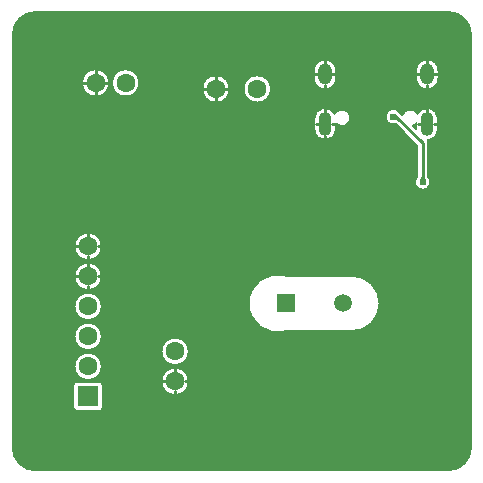
<source format=gbl>
G04 Layer: BottomLayer*
G04 EasyEDA Pro v2.2.43.4, 2025-11-30 18:35:17*
G04 Gerber Generator version 0.3*
G04 Scale: 100 percent, Rotated: No, Reflected: No*
G04 Dimensions in millimeters*
G04 Leading zeros omitted, absolute positions, 4 integers and 5 decimals*
G04 Generated by custom config*
%FSLAX45Y45*%
%MOMM*%
%ADD10C,0.2032*%
%ADD11C,0.254*%
%ADD12C,1.6*%
%ADD13R,1.8X1.8*%
%ADD14O,1.1X2.0*%
%ADD15O,1.2X1.8*%
%ADD16R,1.5X1.5*%
%ADD17C,1.5*%
%ADD18C,0.6154*%
%ADD19C,0.61*%
G75*


G04 Copper Start*
G36*
G01X3939840Y-250000D02*
G01X3939840Y-3750000D01*
G01X3937908Y-3777017D01*
G01X3932150Y-3803484D01*
G01X3922685Y-3828862D01*
G01X3909704Y-3852635D01*
G01X3893471Y-3874319D01*
G01X3874319Y-3893471D01*
G01X3852635Y-3909704D01*
G01X3828862Y-3922685D01*
G01X3803484Y-3932150D01*
G01X3777017Y-3937908D01*
G01X3750000Y-3939840D01*
G01X250000Y-3939840D01*
G01X222983Y-3937908D01*
G01X196516Y-3932150D01*
G01X171138Y-3922685D01*
G01X147365Y-3909704D01*
G01X125681Y-3893471D01*
G01X106528Y-3874319D01*
G01X90296Y-3852635D01*
G01X77315Y-3828862D01*
G01X67850Y-3803484D01*
G01X62092Y-3777017D01*
G01X60160Y-3750000D01*
G01X60160Y-3404700D01*
G01X572686Y-3404700D01*
G01X574439Y-3415767D01*
G01X579526Y-3425751D01*
G01X587449Y-3433674D01*
G01X597433Y-3438761D01*
G01X608500Y-3440514D01*
G01X788500Y-3440514D01*
G01X799567Y-3438761D01*
G01X809551Y-3433674D01*
G01X817474Y-3425751D01*
G01X822561Y-3415767D01*
G01X824314Y-3404700D01*
G01X824314Y-3224700D01*
G01X824314Y-3224700D01*
G01X822561Y-3213633D01*
G01X817474Y-3203649D01*
G01X809551Y-3195726D01*
G01X799567Y-3190639D01*
G01X788500Y-3188886D01*
G01X608500Y-3188886D01*
G01X597433Y-3190639D01*
G01X587449Y-3195726D01*
G01X579526Y-3203649D01*
G01X574439Y-3213633D01*
G01X572686Y-3224700D01*
G01X572686Y-3404700D01*
G01X60160Y-3404700D01*
G01X60160Y-3177014D01*
G01X1319780Y-3177014D01*
G01X1319780Y-3198386D01*
G01X1323707Y-3219394D01*
G01X1331428Y-3239323D01*
G01X1342679Y-3257493D01*
G01X1357077Y-3273287D01*
G01X1374132Y-3286167D01*
G01X1393263Y-3295693D01*
G01X1413819Y-3301542D01*
G01X1435100Y-3303514D01*
G01X1456381Y-3301542D01*
G01X1476937Y-3295693D01*
G01X1496068Y-3286167D01*
G01X1513123Y-3273287D01*
G01X1527521Y-3257493D01*
G01X1538772Y-3239323D01*
G01X1546493Y-3219394D01*
G01X1550420Y-3198386D01*
G01X1550420Y-3177014D01*
G01X1546493Y-3156006D01*
G01X1538772Y-3136077D01*
G01X1527521Y-3117907D01*
G01X1513123Y-3102113D01*
G01X1496068Y-3089233D01*
G01X1476937Y-3079707D01*
G01X1456381Y-3073858D01*
G01X1435100Y-3071886D01*
G01X1435100Y-3071886D01*
G01X1413819Y-3073858D01*
G01X1393263Y-3079707D01*
G01X1374132Y-3089233D01*
G01X1357077Y-3102113D01*
G01X1342679Y-3117907D01*
G01X1331428Y-3136077D01*
G01X1323707Y-3156006D01*
G01X1319780Y-3177014D01*
G01X60160Y-3177014D01*
G01X60160Y-3050014D01*
G01X583180Y-3050014D01*
G01X583180Y-3071386D01*
G01X587107Y-3092394D01*
G01X594828Y-3112323D01*
G01X606079Y-3130493D01*
G01X620477Y-3146287D01*
G01X637532Y-3159167D01*
G01X656663Y-3168693D01*
G01X677219Y-3174542D01*
G01X698500Y-3176514D01*
G01X698500Y-3176514D01*
G01X719781Y-3174542D01*
G01X740337Y-3168693D01*
G01X759468Y-3159167D01*
G01X776523Y-3146287D01*
G01X790921Y-3130493D01*
G01X802172Y-3112323D01*
G01X809893Y-3092394D01*
G01X813820Y-3071386D01*
G01X813820Y-3050014D01*
G01X809893Y-3029006D01*
G01X802172Y-3009077D01*
G01X790921Y-2990907D01*
G01X776523Y-2975113D01*
G01X759468Y-2962233D01*
G01X740337Y-2952707D01*
G01X719781Y-2946858D01*
G01X698500Y-2944886D01*
G01X677219Y-2946858D01*
G01X656663Y-2952707D01*
G01X637532Y-2962233D01*
G01X620477Y-2975113D01*
G01X606079Y-2990907D01*
G01X594828Y-3009077D01*
G01X587107Y-3029006D01*
G01X583180Y-3050014D01*
G01X60160Y-3050014D01*
G01X60160Y-2923014D01*
G01X1319780Y-2923014D01*
G01X1319780Y-2944386D01*
G01X1323707Y-2965394D01*
G01X1331428Y-2985323D01*
G01X1342679Y-3003493D01*
G01X1357077Y-3019287D01*
G01X1374132Y-3032167D01*
G01X1393263Y-3041693D01*
G01X1413819Y-3047542D01*
G01X1435100Y-3049514D01*
G01X1456381Y-3047542D01*
G01X1476937Y-3041693D01*
G01X1496068Y-3032167D01*
G01X1513123Y-3019287D01*
G01X1527521Y-3003493D01*
G01X1538772Y-2985323D01*
G01X1546493Y-2965394D01*
G01X1550420Y-2944386D01*
G01X1550420Y-2923014D01*
G01X1546493Y-2902006D01*
G01X1538772Y-2882077D01*
G01X1527521Y-2863907D01*
G01X1513123Y-2848113D01*
G01X1496068Y-2835233D01*
G01X1476937Y-2825707D01*
G01X1456381Y-2819858D01*
G01X1435100Y-2817886D01*
G01X1435100Y-2817886D01*
G01X1413819Y-2819858D01*
G01X1393263Y-2825707D01*
G01X1374132Y-2835233D01*
G01X1357077Y-2848113D01*
G01X1342679Y-2863907D01*
G01X1331428Y-2882077D01*
G01X1323707Y-2902006D01*
G01X1319780Y-2923014D01*
G01X60160Y-2923014D01*
G01X60160Y-2796014D01*
G01X583180Y-2796014D01*
G01X583180Y-2817386D01*
G01X587107Y-2838394D01*
G01X594828Y-2858323D01*
G01X606079Y-2876493D01*
G01X620477Y-2892287D01*
G01X637532Y-2905167D01*
G01X656663Y-2914693D01*
G01X677219Y-2920542D01*
G01X698500Y-2922514D01*
G01X698500Y-2922514D01*
G01X719781Y-2920542D01*
G01X740337Y-2914693D01*
G01X759468Y-2905167D01*
G01X776523Y-2892287D01*
G01X790921Y-2876493D01*
G01X802172Y-2858323D01*
G01X809893Y-2838394D01*
G01X813820Y-2817386D01*
G01X813820Y-2796014D01*
G01X809893Y-2775006D01*
G01X802172Y-2755077D01*
G01X790921Y-2736907D01*
G01X776523Y-2721113D01*
G01X759468Y-2708233D01*
G01X740337Y-2698707D01*
G01X719781Y-2692858D01*
G01X698500Y-2690886D01*
G01X677219Y-2692858D01*
G01X656663Y-2698707D01*
G01X637532Y-2708233D01*
G01X620477Y-2721113D01*
G01X606079Y-2736907D01*
G01X594828Y-2755077D01*
G01X587107Y-2775006D01*
G01X583180Y-2796014D01*
G01X60160Y-2796014D01*
G01X60160Y-2542014D01*
G01X583180Y-2542014D01*
G01X583180Y-2563386D01*
G01X587107Y-2584394D01*
G01X594828Y-2604323D01*
G01X606079Y-2622493D01*
G01X620477Y-2638287D01*
G01X637532Y-2651167D01*
G01X656663Y-2660693D01*
G01X677219Y-2666542D01*
G01X698500Y-2668514D01*
G01X698500Y-2668514D01*
G01X719781Y-2666542D01*
G01X740337Y-2660693D01*
G01X759468Y-2651167D01*
G01X776523Y-2638287D01*
G01X790921Y-2622493D01*
G01X802172Y-2604323D01*
G01X809893Y-2584394D01*
G01X813820Y-2563386D01*
G01X813820Y-2542014D01*
G01X811035Y-2527119D01*
G01X2056586Y-2527119D01*
G01X2058447Y-2557422D01*
G01X2064035Y-2587263D01*
G01X2073265Y-2616186D01*
G01X2085996Y-2643747D01*
G01X2102033Y-2669526D01*
G01X2121131Y-2693127D01*
G01X2142996Y-2714189D01*
G01X2167295Y-2732390D01*
G01X2193656Y-2747451D01*
G01X2221675Y-2759142D01*
G01X2250922Y-2767284D01*
G01X2280952Y-2771751D01*
G01X2311303Y-2772477D01*
G01X2341511Y-2769449D01*
G01X2371115Y-2762714D01*
G01X2926663Y-2762714D01*
G01X2955354Y-2761420D01*
G01X2983674Y-2756642D01*
G01X3011201Y-2748452D01*
G01X3037527Y-2736971D01*
G01X3062258Y-2722371D01*
G01X3085028Y-2704867D01*
G01X3105498Y-2684722D01*
G01X3123362Y-2662234D01*
G01X3138356Y-2637739D01*
G01X3150255Y-2611600D01*
G01X3158884Y-2584206D01*
G01X3164112Y-2555967D01*
G01X3165864Y-2527300D01*
G01X3164112Y-2498633D01*
G01X3158884Y-2470394D01*
G01X3150255Y-2443000D01*
G01X3138356Y-2416861D01*
G01X3123362Y-2392366D01*
G01X3105498Y-2369878D01*
G01X3085028Y-2349733D01*
G01X3062258Y-2332229D01*
G01X3037527Y-2317629D01*
G01X3011201Y-2306148D01*
G01X2983674Y-2297958D01*
G01X2955354Y-2293180D01*
G01X2926663Y-2291886D01*
G01X2371386Y-2291886D01*
G01X2371386Y-2291886D01*
G01X2341790Y-2285117D01*
G01X2311585Y-2282054D01*
G01X2281233Y-2282745D01*
G01X2251199Y-2287178D01*
G01X2221942Y-2295286D01*
G01X2193910Y-2306944D01*
G01X2167532Y-2321975D01*
G01X2143212Y-2340148D01*
G01X2121322Y-2361185D01*
G01X2102197Y-2384764D01*
G01X2086130Y-2410525D01*
G01X2073368Y-2438071D01*
G01X2064104Y-2466984D01*
G01X2058481Y-2496818D01*
G01X2056586Y-2527119D01*
G01X811035Y-2527119D01*
G01X809893Y-2521006D01*
G01X802172Y-2501077D01*
G01X790921Y-2482907D01*
G01X776523Y-2467113D01*
G01X759468Y-2454233D01*
G01X740337Y-2444707D01*
G01X719781Y-2438858D01*
G01X698500Y-2436886D01*
G01X677219Y-2438858D01*
G01X656663Y-2444707D01*
G01X637532Y-2454233D01*
G01X620477Y-2467113D01*
G01X606079Y-2482907D01*
G01X594828Y-2501077D01*
G01X587107Y-2521006D01*
G01X583180Y-2542014D01*
G01X60160Y-2542014D01*
G01X60160Y-2288014D01*
G01X583180Y-2288014D01*
G01X583180Y-2309386D01*
G01X587107Y-2330394D01*
G01X594828Y-2350323D01*
G01X606079Y-2368493D01*
G01X620477Y-2384287D01*
G01X637532Y-2397167D01*
G01X656663Y-2406693D01*
G01X677219Y-2412542D01*
G01X698500Y-2414514D01*
G01X698500Y-2414514D01*
G01X719781Y-2412542D01*
G01X740337Y-2406693D01*
G01X759468Y-2397167D01*
G01X776523Y-2384287D01*
G01X790921Y-2368493D01*
G01X802172Y-2350323D01*
G01X809893Y-2330394D01*
G01X813820Y-2309386D01*
G01X813820Y-2288014D01*
G01X809893Y-2267006D01*
G01X802172Y-2247077D01*
G01X790921Y-2228907D01*
G01X776523Y-2213113D01*
G01X759468Y-2200233D01*
G01X740337Y-2190707D01*
G01X719781Y-2184858D01*
G01X698500Y-2182886D01*
G01X677219Y-2184858D01*
G01X656663Y-2190707D01*
G01X637532Y-2200233D01*
G01X620477Y-2213113D01*
G01X606079Y-2228907D01*
G01X594828Y-2247077D01*
G01X587107Y-2267006D01*
G01X583180Y-2288014D01*
G01X60160Y-2288014D01*
G01X60160Y-2034014D01*
G01X583180Y-2034014D01*
G01X583180Y-2055386D01*
G01X587107Y-2076394D01*
G01X594828Y-2096323D01*
G01X606079Y-2114493D01*
G01X620477Y-2130287D01*
G01X637532Y-2143167D01*
G01X656663Y-2152693D01*
G01X677219Y-2158542D01*
G01X698500Y-2160514D01*
G01X698500Y-2160514D01*
G01X719781Y-2158542D01*
G01X740337Y-2152693D01*
G01X759468Y-2143167D01*
G01X776523Y-2130287D01*
G01X790921Y-2114493D01*
G01X802172Y-2096323D01*
G01X809893Y-2076394D01*
G01X813820Y-2055386D01*
G01X813820Y-2034014D01*
G01X809893Y-2013006D01*
G01X802172Y-1993077D01*
G01X790921Y-1974907D01*
G01X776523Y-1959113D01*
G01X759468Y-1946233D01*
G01X740337Y-1936707D01*
G01X719781Y-1930858D01*
G01X698500Y-1928886D01*
G01X677219Y-1930858D01*
G01X656663Y-1936707D01*
G01X637532Y-1946233D01*
G01X620477Y-1959113D01*
G01X606079Y-1974907D01*
G01X594828Y-1993077D01*
G01X587107Y-2013006D01*
G01X583180Y-2034014D01*
G01X60160Y-2034014D01*
G01X60160Y-963012D01*
G01X2613588Y-963012D01*
G01X2613588Y-1053012D01*
G01X2615572Y-1071893D01*
G01X2621439Y-1089949D01*
G01X2630932Y-1106391D01*
G01X2643635Y-1120499D01*
G01X2658995Y-1131659D01*
G01X2676338Y-1139381D01*
G01X2694909Y-1143328D01*
G01X2713894Y-1143328D01*
G01X2732465Y-1139381D01*
G01X2749808Y-1131659D01*
G01X2765168Y-1120499D01*
G01X2777871Y-1106391D01*
G01X2787364Y-1089949D01*
G01X2793231Y-1071893D01*
G01X2795215Y-1053012D01*
G01X2795215Y-1003327D01*
G01X2807382Y-1014080D01*
G01X2821678Y-1021780D01*
G01X2837352Y-1026020D01*
G01X2853580Y-1026578D01*
G01X2869508Y-1023426D01*
G01X2884300Y-1016728D01*
G01X2897177Y-1006837D01*
G01X2907463Y-994273D01*
G01X2914616Y-979696D01*
G01X2918261Y-963873D01*
G01X2918206Y-947636D01*
G01X2917517Y-944733D01*
G01X3215594Y-944733D01*
G01X3216889Y-960517D01*
G01X3221891Y-975544D01*
G01X3230312Y-988957D01*
G01X3241674Y-999990D01*
G01X3255329Y-1008014D01*
G01X3270496Y-1012572D01*
G01X3286312Y-1013404D01*
G01X3301874Y-1010462D01*
G01X3482086Y-1190674D01*
G01X3482086Y-1453133D01*
G01X3482086Y-1453133D01*
G01X3480168Y-1455540D01*
G01X3471748Y-1468039D01*
G01X3466367Y-1482116D01*
G01X3464304Y-1497045D01*
G01X3465665Y-1512054D01*
G01X3470380Y-1526368D01*
G01X3478204Y-1539248D01*
G01X3488735Y-1550028D01*
G01X3501428Y-1558153D01*
G01X3515627Y-1563202D01*
G01X3530600Y-1564914D01*
G01X3545573Y-1563202D01*
G01X3559772Y-1558153D01*
G01X3572465Y-1550028D01*
G01X3582996Y-1539248D01*
G01X3590820Y-1526368D01*
G01X3595535Y-1512054D01*
G01X3596896Y-1497045D01*
G01X3594833Y-1482116D01*
G01X3589452Y-1468039D01*
G01X3581032Y-1455540D01*
G01X3579114Y-1453133D01*
G01X3579114Y-1170579D01*
G01X3578196Y-1161187D01*
G01X3575477Y-1152150D01*
G01X3571060Y-1143810D01*
G01X3588539Y-1141785D01*
G01X3605300Y-1136428D01*
G01X3620712Y-1127939D01*
G01X3634199Y-1116636D01*
G01X3645252Y-1102946D01*
G01X3653458Y-1087380D01*
G01X3658508Y-1070525D01*
G01X3660212Y-1053012D01*
G01X3660212Y-963012D01*
G01X3658293Y-944441D01*
G01X3652617Y-926655D01*
G01X3643424Y-910406D01*
G01X3631102Y-896380D01*
G01X3616173Y-885170D01*
G01X3599266Y-877250D01*
G01X3581098Y-872955D01*
G01X3562434Y-872465D01*
G01X3544066Y-875803D01*
G01X3526767Y-882826D01*
G01X3511271Y-893238D01*
G01X3498231Y-906599D01*
G01X3488199Y-922345D01*
G01X3478954Y-909101D01*
G01X3466949Y-898296D01*
G01X3452807Y-890493D01*
G01X3437266Y-886097D01*
G01X3421132Y-885337D01*
G01X3405246Y-888253D01*
G01X3390434Y-894692D01*
G01X3377466Y-904320D01*
G01X3367017Y-916636D01*
G01X3359630Y-931000D01*
G01X3341565Y-912935D01*
G01X3336960Y-908878D01*
G01X3334305Y-906341D01*
G01X3332159Y-904023D01*
G01X3320477Y-893329D01*
G01X3306593Y-885710D01*
G01X3291298Y-881600D01*
G01X3275465Y-881235D01*
G01X3259996Y-884633D01*
G01X3245775Y-891603D01*
G01X3233612Y-901747D01*
G01X3224201Y-914485D01*
G01X3218078Y-929091D01*
G01X3215594Y-944733D01*
G01X2917517Y-944733D01*
G01X2914454Y-931838D01*
G01X2907203Y-917310D01*
G01X2896832Y-904815D01*
G01X2883888Y-895012D01*
G01X2869052Y-888414D01*
G01X2853102Y-885370D01*
G01X2836878Y-886038D01*
G01X2821233Y-890384D01*
G01X2806990Y-898180D01*
G01X2794896Y-909015D01*
G01X2785589Y-922320D01*
G01X2775553Y-906580D01*
G01X2762511Y-893224D01*
G01X2747014Y-882816D01*
G01X2729716Y-875798D01*
G01X2711349Y-872464D01*
G01X2692688Y-872957D01*
G01X2674522Y-877254D01*
G01X2657618Y-885175D01*
G01X2642692Y-896386D01*
G01X2630372Y-910411D01*
G01X2621181Y-926659D01*
G01X2615506Y-944443D01*
G01X2613588Y-963012D01*
G01X2613588Y-963012D01*
G01X60160Y-963012D01*
G01X60160Y-660400D01*
G01X646186Y-660400D01*
G01X648158Y-681681D01*
G01X654007Y-702237D01*
G01X663533Y-721368D01*
G01X676413Y-738423D01*
G01X692207Y-752821D01*
G01X710377Y-764072D01*
G01X730306Y-771793D01*
G01X751314Y-775720D01*
G01X772686Y-775720D01*
G01X793694Y-771793D01*
G01X813623Y-764072D01*
G01X831793Y-752821D01*
G01X847587Y-738423D01*
G01X860467Y-721368D01*
G01X869993Y-702237D01*
G01X875842Y-681681D01*
G01X877814Y-660400D01*
G01X877814Y-660400D01*
G01X900186Y-660400D01*
G01X902158Y-681681D01*
G01X908007Y-702237D01*
G01X917533Y-721368D01*
G01X930413Y-738423D01*
G01X946207Y-752821D01*
G01X964377Y-764072D01*
G01X984306Y-771793D01*
G01X1005314Y-775720D01*
G01X1026686Y-775720D01*
G01X1047694Y-771793D01*
G01X1067623Y-764072D01*
G01X1085793Y-752821D01*
G01X1101587Y-738423D01*
G01X1114467Y-721368D01*
G01X1123993Y-702237D01*
G01X1124483Y-700517D01*
G01X1665464Y-700517D01*
G01X1665464Y-721888D01*
G01X1669391Y-742897D01*
G01X1677112Y-762825D01*
G01X1688362Y-780996D01*
G01X1702761Y-796790D01*
G01X1719816Y-809669D01*
G01X1738947Y-819196D01*
G01X1759503Y-825044D01*
G01X1780784Y-827016D01*
G01X1802065Y-825044D01*
G01X1822621Y-819196D01*
G01X1841752Y-809669D01*
G01X1858807Y-796790D01*
G01X1873205Y-780996D01*
G01X1884456Y-762825D01*
G01X1892177Y-742897D01*
G01X1896104Y-721888D01*
G01X1896104Y-700517D01*
G01X1896104Y-700517D01*
G01X2015476Y-700517D01*
G01X2015476Y-721888D01*
G01X2019403Y-742897D01*
G01X2027124Y-762825D01*
G01X2038374Y-780996D01*
G01X2052773Y-796790D01*
G01X2069828Y-809669D01*
G01X2088959Y-819196D01*
G01X2109515Y-825044D01*
G01X2130796Y-827016D01*
G01X2152077Y-825044D01*
G01X2172633Y-819196D01*
G01X2191764Y-809669D01*
G01X2208819Y-796790D01*
G01X2223217Y-780996D01*
G01X2234468Y-762825D01*
G01X2242189Y-742897D01*
G01X2246116Y-721888D01*
G01X2246116Y-700517D01*
G01X2242189Y-679509D01*
G01X2234468Y-659580D01*
G01X2223217Y-641409D01*
G01X2208819Y-625615D01*
G01X2191764Y-612736D01*
G01X2172633Y-603209D01*
G01X2152077Y-597361D01*
G01X2130796Y-595389D01*
G01X2130796Y-595389D01*
G01X2109515Y-597361D01*
G01X2088959Y-603209D01*
G01X2069828Y-612736D01*
G01X2052773Y-625615D01*
G01X2038374Y-641409D01*
G01X2027124Y-659580D01*
G01X2019403Y-679509D01*
G01X2015476Y-700517D01*
G01X1896104Y-700517D01*
G01X1892177Y-679509D01*
G01X1884456Y-659580D01*
G01X1873205Y-641409D01*
G01X1858807Y-625615D01*
G01X1841752Y-612736D01*
G01X1822621Y-603209D01*
G01X1802065Y-597361D01*
G01X1780784Y-595389D01*
G01X1780784Y-595389D01*
G01X1759503Y-597361D01*
G01X1738947Y-603209D01*
G01X1719816Y-612736D01*
G01X1702761Y-625615D01*
G01X1688362Y-641409D01*
G01X1677112Y-659580D01*
G01X1669391Y-679509D01*
G01X1665464Y-700517D01*
G01X1124483Y-700517D01*
G01X1129842Y-681681D01*
G01X1131814Y-660400D01*
G01X1131814Y-660400D01*
G01X1129842Y-639119D01*
G01X1123993Y-618563D01*
G01X1114467Y-599432D01*
G01X1101587Y-582377D01*
G01X1085793Y-567979D01*
G01X1069673Y-557997D01*
G01X2608588Y-557997D01*
G01X2608588Y-617997D01*
G01X2610429Y-636690D01*
G01X2615881Y-654664D01*
G01X2624735Y-671229D01*
G01X2636651Y-685748D01*
G01X2651170Y-697664D01*
G01X2667735Y-706518D01*
G01X2685709Y-711970D01*
G01X2704402Y-713811D01*
G01X2723094Y-711970D01*
G01X2741068Y-706518D01*
G01X2757633Y-697664D01*
G01X2772152Y-685748D01*
G01X2784068Y-671229D01*
G01X2792922Y-654664D01*
G01X2798374Y-636690D01*
G01X2800215Y-617997D01*
G01X2800215Y-617997D01*
G01X2800215Y-557997D01*
G01X3473585Y-557997D01*
G01X3473585Y-617997D01*
G01X3475426Y-636690D01*
G01X3480878Y-654664D01*
G01X3489732Y-671229D01*
G01X3501648Y-685748D01*
G01X3516167Y-697664D01*
G01X3532732Y-706518D01*
G01X3550706Y-711970D01*
G01X3569399Y-713811D01*
G01X3588091Y-711970D01*
G01X3606065Y-706518D01*
G01X3622630Y-697664D01*
G01X3637149Y-685748D01*
G01X3649065Y-671229D01*
G01X3657919Y-654664D01*
G01X3663371Y-636690D01*
G01X3665212Y-617997D01*
G01X3665212Y-617997D01*
G01X3665212Y-557997D01*
G01X3663371Y-539305D01*
G01X3657919Y-521331D01*
G01X3649065Y-504766D01*
G01X3637149Y-490247D01*
G01X3622630Y-478331D01*
G01X3606065Y-469477D01*
G01X3588091Y-464025D01*
G01X3569399Y-462183D01*
G01X3550706Y-464025D01*
G01X3532732Y-469477D01*
G01X3516167Y-478331D01*
G01X3501648Y-490247D01*
G01X3489732Y-504766D01*
G01X3480878Y-521331D01*
G01X3475426Y-539305D01*
G01X3473585Y-557997D01*
G01X2800215Y-557997D01*
G01X2800215Y-557997D01*
G01X2798374Y-539305D01*
G01X2792922Y-521331D01*
G01X2784068Y-504766D01*
G01X2772152Y-490247D01*
G01X2757633Y-478331D01*
G01X2741068Y-469477D01*
G01X2723094Y-464025D01*
G01X2704402Y-462183D01*
G01X2685709Y-464025D01*
G01X2667735Y-469477D01*
G01X2651170Y-478331D01*
G01X2636651Y-490247D01*
G01X2624735Y-504766D01*
G01X2615881Y-521331D01*
G01X2610429Y-539305D01*
G01X2608588Y-557997D01*
G01X1069673Y-557997D01*
G01X1067623Y-556728D01*
G01X1047694Y-549007D01*
G01X1026686Y-545080D01*
G01X1005314Y-545080D01*
G01X984306Y-549007D01*
G01X964377Y-556728D01*
G01X946207Y-567979D01*
G01X930413Y-582377D01*
G01X917533Y-599432D01*
G01X908007Y-618563D01*
G01X902158Y-639119D01*
G01X900186Y-660400D01*
G01X877814Y-660400D01*
G01X877814Y-660400D01*
G01X875842Y-639119D01*
G01X869993Y-618563D01*
G01X860467Y-599432D01*
G01X847587Y-582377D01*
G01X831793Y-567979D01*
G01X813623Y-556728D01*
G01X793694Y-549007D01*
G01X772686Y-545080D01*
G01X751314Y-545080D01*
G01X730306Y-549007D01*
G01X710377Y-556728D01*
G01X692207Y-567979D01*
G01X676413Y-582377D01*
G01X663533Y-599432D01*
G01X654007Y-618563D01*
G01X648158Y-639119D01*
G01X646186Y-660400D01*
G01X60160Y-660400D01*
G01X60160Y-250000D01*
G01X62092Y-222983D01*
G01X67850Y-196516D01*
G01X77315Y-171138D01*
G01X90296Y-147365D01*
G01X106528Y-125681D01*
G01X125681Y-106528D01*
G01X147365Y-90296D01*
G01X171138Y-77315D01*
G01X196516Y-67850D01*
G01X222983Y-62092D01*
G01X250000Y-60160D01*
G01X3750000Y-60160D01*
G01X3777017Y-62092D01*
G01X3803484Y-67850D01*
G01X3828862Y-77315D01*
G01X3852635Y-90296D01*
G01X3874319Y-106528D01*
G01X3893471Y-125681D01*
G01X3909704Y-147365D01*
G01X3922685Y-171138D01*
G01X3932150Y-196516D01*
G01X3937908Y-222983D01*
G01X3939840Y-250000D01*
G37*
G36*
G01X3478585Y-1003299D02*
G01X3478585Y-1049954D01*
G01X3450881Y-1022251D01*
G01X3465872Y-1014440D01*
G01X3478585Y-1003299D01*
G37*
G54D10*
G01X3939840Y-250000D02*
G01X3939840Y-3750000D01*
G02X3750000Y-3939840I-189840J0D01*
G01X250000Y-3939840D01*
G02X60160Y-3750000I0J189840D01*
G01X60160Y-250000D01*
G02X250000Y-60160I189840J0D01*
G01X3750000Y-60160D01*
G02X3939840Y-250000I0J-189840D01*
G01X824314Y-3224700D02*
G03X788500Y-3188886I-35814J0D01*
G01X608500Y-3188886D01*
G03X572686Y-3224700I0J-35814D01*
G01X572686Y-3404700D01*
G03X608500Y-3440514I35814J0D01*
G01X788500Y-3440514D01*
G03X824314Y-3404700I0J35814D01*
G01X824314Y-3224700D01*
G01X698500Y-2160514D02*
G03X698500Y-1928886I0J115814D01*
G03X698500Y-2160514I0J-115814D01*
G01X698500Y-3176514D02*
G03X698500Y-2944886I0J115814D01*
G03X698500Y-3176514I0J-115814D01*
G01X698500Y-2922514D02*
G03X698500Y-2690886I0J115814D01*
G03X698500Y-2922514I0J-115814D01*
G01X698500Y-2668514D02*
G03X698500Y-2436886I0J115814D01*
G03X698500Y-2668514I0J-115814D01*
G01X698500Y-2414514D02*
G03X698500Y-2182886I0J115814D01*
G03X698500Y-2414514I0J-115814D01*
G01X877814Y-660400D02*
G03X646186Y-660400I-115814J0D01*
G03X877814Y-660400I115814J0D01*
G01X1131814Y-660400D02*
G03X900186Y-660400I-115814J0D01*
G03X1131814Y-660400I115814J0D01*
G01X1435100Y-2817886D02*
G03X1435100Y-3049514I0J-115814D01*
G03X1435100Y-2817886I0J115814D01*
G01X1435100Y-3071886D02*
G03X1435100Y-3303514I0J-115814D01*
G03X1435100Y-3071886I0J115814D01*
G01X1780784Y-595389D02*
G03X1780784Y-827016I0J-115814D01*
G03X1780784Y-595389I0J115814D01*
G01X2130796Y-595389D02*
G03X2130796Y-827016I0J-115814D01*
G03X2130796Y-595389I0J115814D01*
G01X2371386Y-2291886D02*
G03X2056586Y-2527119I-69406J-235374D01*
G03X2371115Y-2762714I245394J-141D01*
G01X2926663Y-2762714D01*
G03X3165864Y-2527300I3757J235414D01*
G03X2926663Y-2291886I-235444J0D01*
G01X2371386Y-2291886D01*
G01X2800215Y-617997D02*
G01X2800215Y-557997D01*
G03X2608588Y-557997I-95814J0D01*
G01X2608588Y-617997D01*
G03X2800215Y-617997I95814J0D01*
G01X2613588Y-963012D02*
G01X2613588Y-1053012D01*
G03X2795215Y-1053012I90814J0D01*
G01X2795215Y-1003327D01*
G03X2918206Y-947636I52671J47335D01*
G03X2785589Y-922320I-70320J-8357D01*
G03X2613588Y-963012I-81187J-40692D01*
G01X3482086Y-1453133D02*
G01X3480168Y-1455540D01*
G03X3530600Y-1564914I50432J-43060D01*
G03X3581032Y-1455540I0J66314D01*
G01X3579114Y-1453133D01*
G01X3579114Y-1170579D01*
G03X3571060Y-1143810I-48514J0D01*
G03X3660212Y-1053012I-1662J90799D01*
G01X3660212Y-963012D01*
G03X3488199Y-922345I-90814J0D01*
G03X3359630Y-931000I-62311J-33648D01*
G01X3341565Y-912935D01*
G03X3336960Y-908878I-34305J-34305D01*
G01X3334305Y-906341D01*
G01X3332159Y-904023D01*
G03X3218078Y-929091I-50298J-43216D01*
G03X3301874Y-1010462I63782J-18148D01*
G01X3482086Y-1190674D01*
G01X3482086Y-1453133D01*
G01X3665212Y-617997D02*
G01X3665212Y-557997D01*
G03X3473585Y-557997I-95814J0D01*
G01X3473585Y-617997D01*
G03X3665212Y-617997I95814J0D01*
G01X3478585Y-1003299D02*
G01X3478585Y-1049954D01*
G01X3450881Y-1022251D01*
G03X3478585Y-1003299I-24993J66258D01*
G54D11*
G01X698500Y-2124446D02*
G01X698500Y-2150354D01*
G01X698500Y-1964954D02*
G01X698500Y-1939046D01*
G01X618754Y-2044700D02*
G01X592846Y-2044700D01*
G01X778246Y-2044700D02*
G01X804154Y-2044700D01*
G01X698500Y-2378446D02*
G01X698500Y-2404354D01*
G01X698500Y-2218954D02*
G01X698500Y-2193046D01*
G01X618754Y-2298700D02*
G01X592846Y-2298700D01*
G01X778246Y-2298700D02*
G01X804154Y-2298700D01*
G01X841746Y-660400D02*
G01X867654Y-660400D01*
G01X682254Y-660400D02*
G01X656346Y-660400D01*
G01X762000Y-740146D02*
G01X762000Y-766054D01*
G01X762000Y-580654D02*
G01X762000Y-554746D01*
G01X1435100Y-3107954D02*
G01X1435100Y-3082046D01*
G01X1435100Y-3267446D02*
G01X1435100Y-3293354D01*
G01X1514846Y-3187700D02*
G01X1540754Y-3187700D01*
G01X1355354Y-3187700D02*
G01X1329446Y-3187700D01*
G01X1780784Y-631457D02*
G01X1780784Y-605549D01*
G01X1780784Y-790948D02*
G01X1780784Y-816856D01*
G01X1860530Y-711203D02*
G01X1886438Y-711203D01*
G01X1701038Y-711203D02*
G01X1675130Y-711203D01*
G01X2764147Y-587997D02*
G01X2790055Y-587997D01*
G01X2644656Y-587997D02*
G01X2618748Y-587997D01*
G01X2704402Y-677743D02*
G01X2704402Y-703651D01*
G01X2704402Y-498251D02*
G01X2704402Y-472343D01*
G01X2759147Y-1008012D02*
G01X2785055Y-1008012D01*
G01X2649656Y-1008012D02*
G01X2623748Y-1008012D01*
G01X2704402Y-1107757D02*
G01X2704402Y-1133665D01*
G01X2704402Y-908266D02*
G01X2704402Y-882358D01*
G01X3624144Y-1008012D02*
G01X3650052Y-1008012D01*
G01X3514653Y-1008012D02*
G01X3488745Y-1008012D01*
G01X3569399Y-908266D02*
G01X3569399Y-882358D01*
G01X3629144Y-587997D02*
G01X3655052Y-587997D01*
G01X3509653Y-587997D02*
G01X3483745Y-587997D01*
G01X3569399Y-677743D02*
G01X3569399Y-703651D01*
G01X3569399Y-498251D02*
G01X3569399Y-472343D01*
G04 Copper End*

G04 TearDrop Start*
G36*
G01X3320642Y-942661D02*
G01X3321945Y-979884D01*
G01X3316643Y-974941D01*
G01X3313917Y-972871D01*
G01X3311142Y-971253D01*
G01X3308317Y-970227D01*
G01X3305442Y-969932D01*
G01X3302519Y-970505D01*
G01X3299548Y-972087D01*
G01X3305338Y-927771D01*
G01X3308769Y-931476D01*
G01X3312832Y-935359D01*
G01X3320642Y-942661D01*
G37*
G36*
G01X3517900Y-1457076D02*
G01X3543300Y-1457076D01*
G01X3543529Y-1459965D01*
G01X3544175Y-1462846D01*
G01X3546480Y-1468472D01*
G01X3549739Y-1473738D01*
G01X3553475Y-1478426D01*
G01X3507725Y-1478426D01*
G01X3511461Y-1473738D01*
G01X3514720Y-1468472D01*
G01X3517025Y-1462846D01*
G01X3517671Y-1459965D01*
G01X3517900Y-1457076D01*
G37*
G04 TearDrop End*

G04 Pad Start*
G54D12*
G01X2130796Y-711203D03*
G01X1780784Y-711203D03*
G01X762000Y-660400D03*
G01X1016000Y-660400D03*
G01X1435100Y-3187700D03*
G01X1435100Y-2933700D03*
G01X698500Y-2044700D03*
G01X698500Y-2298700D03*
G01X698500Y-2552700D03*
G01X698500Y-2806700D03*
G01X698500Y-3060700D03*
G54D13*
G01X698500Y-3314700D03*
G54D14*
G01X3569399Y-1008012D03*
G01X2704402Y-1008012D03*
G54D15*
G01X3569399Y-587997D03*
G01X2704402Y-587997D03*
G54D16*
G01X2372208Y-2527300D03*
G54D17*
G01X2860192Y-2527300D03*
G04 Pad End*

G04 Via Start*
G54D19*
G01X3281861Y-947239D03*
G01X3530600Y-1498600D03*
G01X3327400Y-1257300D03*
G01X3213100Y-1524000D03*
G01X3314700Y-1460500D03*
G04 Via End*

G04 Track Start*
G54D11*
G01X3281861Y-947239D02*
G01X3307261Y-947239D01*
G01X3530600Y-1170579D01*
G01X3530600Y-1498600D01*
G04 Track End*

M02*


</source>
